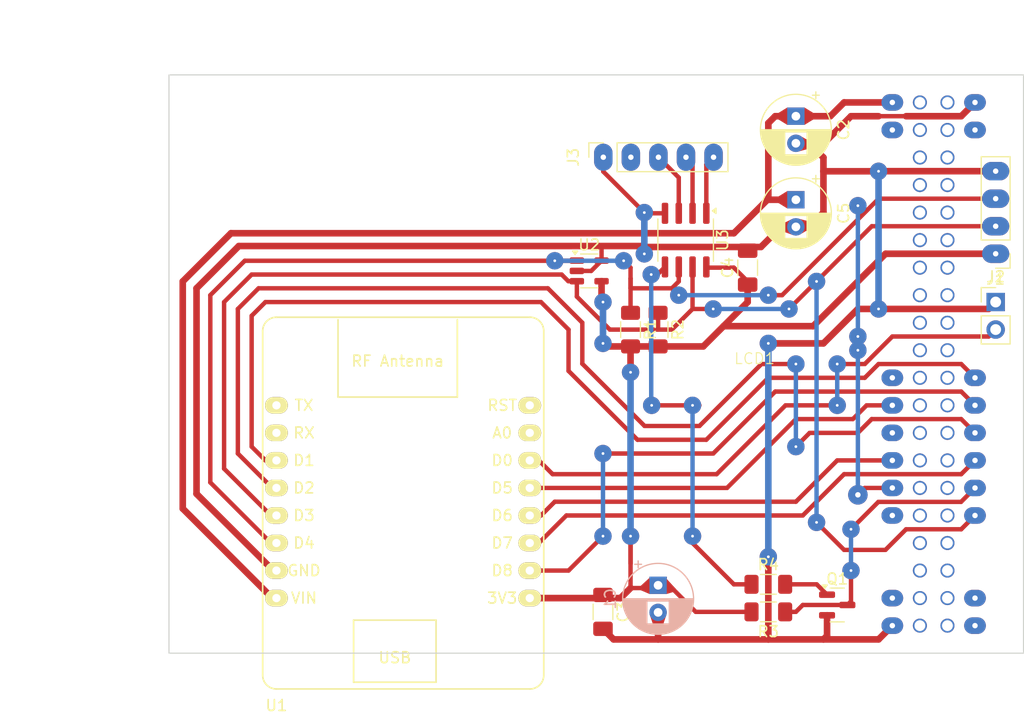
<source format=kicad_pcb>
(kicad_pcb (version 20240108) (generator "pcbnew") (generator_version "8.0")
  (layers (0 "F.Cu" jumper) (31 "B.Cu" signal) (34 "B.Paste" user) (36 "B.SilkS" user "B.Silkscreen") (37 "F.SilkS" user "F.Silkscreen") (38 "B.Mask" user) (44 "Edge.Cuts" user))
  (net 0 "")
  (net 6 "Net-(LCD1-LCD_CS)")
  (net 7 "Net-(LCD1-RST)")
  (net 8 "GNDD")
  (net 9 "Net-(LCD1-LCD_DC)")
  (net 10 "Net-(LCD1-LCD_CLK)")
  (net 11 "Net-(LCD1-LCD_SDO)")
  (net 12 "Net-(LCD1-LCD_SDI)")
  (net 13 "Net-(J3-Pin_4)")
  (net 15 "Net-(J3-Pin_5)")
  (net 16 "Net-(J3-Pin_3)")
  (net 17 "Net-(LCD1-LCD_BACKL)")
  (net 18 "Net-(Q1-G)")
  (net 20 "Net-(J2-Pin_2)")
  (net 21 "Net-(U3-IO3)")
  (net 22 "/VCC_3_3")
  (net 23 "/VIN")
  (net 24 "/SCL")
  (net 25 "/SDA")
  (footprint "Capacitor_SMD:C_1206_3216Metric_Pad1.33x1.80mm_HandSolder" (layer "F.Cu") (at 111.125 68.58 90)
    (property "Reference" "C4" (at 0 -1.85 90) (layer "F.SilkS"))
    (property "Value" "100n")
    (pad "1" smd roundrect (at -1.5625 0 90) (size 1.325 1.8) (layers "F.Cu" "F.Paste" "F.Mask") (roundrect_rratio 0.188679) (net 22 "/VCC_3_3"))
    (pad "2" smd roundrect (at 1.5625 0 90) (size 1.325 1.8) (layers "F.Cu" "F.Paste" "F.Mask") (roundrect_rratio 0.188679) (net 8 "GNDD"))
  )
  (footprint "Resistor_SMD:R_1206_3216Metric_Pad1.30x1.75mm_HandSolder" (layer "F.Cu") (at 113.03 100.33 180)
    (property "Reference" "R3" (at 0 -1.82 360) (layer "F.SilkS"))
    (property "Value" "1k")
    (pad "1" smd roundrect (at -1.55 0 180) (size 1.3 1.75) (layers "F.Cu" "F.Paste" "F.Mask") (roundrect_rratio 0.192308) (net 17 "Net-(LCD1-LCD_BACKL)"))
    (pad "2" smd roundrect (at 1.55 0 180) (size 1.3 1.75) (layers "F.Cu" "F.Paste" "F.Mask") (roundrect_rratio 0.192308) (net 22 "/VCC_3_3"))
  )
  (footprint "Capacitor_THT:CP_Radial_D6.3mm_P2.50mm" (layer "F.Cu") (at 115.57 54.61 -90)
    (property "Reference" "C2" (at 1.25 -4.4 -90) (layer "F.SilkS"))
    (property "Value" "100uF")
    (pad "1" thru_hole rect (at 0 0 270) (size 1.6 1.6) (drill 0.8) (layers "*.Cu" "*.Mask") (net 23 "/VIN"))
    (pad "2" thru_hole circle (at 2.5 0 270) (size 1.6 1.6) (drill 0.8) (layers "*.Cu" "*.Mask") (net 8 "GNDD"))
  )
  (footprint "Package_SO:SOIC-8_3.9x4.9mm_P1.27mm" (layer "F.Cu") (at 105.41 66.04 -90)
    (property "Reference" "U3" (at 0 -3.4 90) (layer "F.SilkS"))
    (property "Value" "PCA9536D")
    (pad "1" smd roundrect (at -2.475 -1.905 270) (size 1.95 0.6) (layers "F.Cu" "F.Paste" "F.Mask") (net 15 "Net-(J3-Pin_5)"))
    (pad "2" smd roundrect (at -2.475 -0.635 270) (size 1.95 0.6) (layers "F.Cu" "F.Paste" "F.Mask") (net 13 "Net-(J3-Pin_4)"))
    (pad "3" smd roundrect (at -2.475 0.635 270) (size 1.95 0.6) (layers "F.Cu" "F.Paste" "F.Mask") (net 16 "Net-(J3-Pin_3)"))
    (pad "4" smd roundrect (at -2.475 1.905 270) (size 1.95 0.6) (layers "F.Cu" "F.Paste" "F.Mask") (net 8 "GNDD"))
    (pad "5" smd roundrect (at 2.475 1.905 270) (size 1.95 0.6) (layers "F.Cu" "F.Paste" "F.Mask") (net 21 "Net-(U3-IO3)"))
    (pad "6" smd roundrect (at 2.475 0.635 270) (size 1.95 0.6) (layers "F.Cu" "F.Paste" "F.Mask") (net 24 "/SCL"))
    (pad "7" smd roundrect (at 2.475 -0.635 270) (size 1.95 0.6) (layers "F.Cu" "F.Paste" "F.Mask") (net 25 "/SDA"))
    (pad "8" smd roundrect (at 2.475 -1.905 270) (size 1.95 0.6) (layers "F.Cu" "F.Paste" "F.Mask") (net 22 "/VCC_3_3"))
  )
  (footprint "Resistor_SMD:R_1206_3216Metric_Pad1.30x1.75mm_HandSolder" (layer "F.Cu") (at 113.03 97.79)
    (property "Reference" "R4" (at 0 -1.82 360) (layer "F.SilkS"))
    (property "Value" "180")
    (pad "1" smd roundrect (at -1.55 0) (size 1.3 1.75) (layers "F.Cu" "F.Paste" "F.Mask") (roundrect_rratio 0.192308) (net 21 "Net-(U3-IO3)"))
    (pad "2" smd roundrect (at 1.55 0) (size 1.3 1.75) (layers "F.Cu" "F.Paste" "F.Mask") (roundrect_rratio 0.192308) (net 18 "Net-(Q1-G)"))
  )
  (footprint "Connector_PinSocket_2.54mm:PinSocket_1x05_P2.54mm_Vertical" (layer "F.Cu") (at 97.82 58.395 90)
    (property "Reference" "J3" (at 0 -2.77 90) (layer "F.SilkS"))
    (property "Value" "Conn_01x05_Pin")
    (pad "1" thru_hole oval (at 0 0 90) (size 2.5 1.7) (drill 0.5) (layers "*.Cu" "*.Mask") (net 8 "GNDD"))
    (pad "2" thru_hole oval (at 0 2.54 90) (size 2.5 1.7) (drill 0.5) (layers "*.Cu" "*.Mask"))
    (pad "3" thru_hole oval (at 0 5.08 90) (size 2.5 1.7) (drill 0.5) (layers "*.Cu" "*.Mask") (net 16 "Net-(J3-Pin_3)"))
    (pad "4" thru_hole oval (at 0 7.62 90) (size 2.5 1.7) (drill 0.5) (layers "*.Cu" "*.Mask") (net 13 "Net-(J3-Pin_4)"))
    (pad "5" thru_hole oval (at 0 10.16 90) (size 2.5 1.7) (drill 0.5) (layers "*.Cu" "*.Mask") (net 15 "Net-(J3-Pin_5)"))
  )
  (footprint "Capacitor_SMD:C_1206_3216Metric_Pad1.33x1.80mm_HandSolder" (layer "F.Cu") (at 97.79 100.33 -90)
    (property "Reference" "C3" (at 0 -1.85 90) (layer "F.SilkS"))
    (property "Value" "100n")
    (pad "1" smd roundrect (at -1.5625 0 270) (size 1.325 1.8) (layers "F.Cu" "F.Paste" "F.Mask") (roundrect_rratio 0.188679) (net 22 "/VCC_3_3"))
    (pad "2" smd roundrect (at 1.5625 0 270) (size 1.325 1.8) (layers "F.Cu" "F.Paste" "F.Mask") (roundrect_rratio 0.188679) (net 8 "GNDD"))
  )
  (footprint "pendant:NodeMCU_D1_Mini" (layer "F.Cu") (at 67.691 81.28)
    (property "Reference" "U1" (at 0 27.686 360) (layer "F.SilkS"))
    (property "Value" "~")
    (fp_text user "A0" (at 20.81 2.54 360) (layer "F.SilkS"))
    (fp_text user "D6" (at 20.81 10.16 360) (layer "F.SilkS"))
    (fp_text user "D7" (at 20.81 12.7 360) (layer "F.SilkS"))
    (fp_text user "D4" (at 2.54 12.7 360) (layer "F.SilkS"))
    (fp_text user "D8" (at 20.81 15.24 360) (layer "F.SilkS"))
    (fp_text user "RF Antenna" (at 11.176 -4.082 360) (layer "F.SilkS"))
    (fp_text user "GND" (at 2.54 15.24 360) (layer "F.SilkS"))
    (fp_text user "D0" (at 20.81 5.08 360) (layer "F.SilkS"))
    (fp_text user "VIN" (at 2.54 17.78 360) (layer "F.SilkS"))
    (fp_text user "USB" (at 10.912 23.272 360) (layer "F.SilkS"))
    (fp_text user "D1" (at 2.54 5.08 360) (layer "F.SilkS"))
    (fp_text user "3V3" (at 20.81 17.78 360) (layer "F.SilkS"))
    (fp_text user "RST" (at 20.81 0 360) (layer "F.SilkS"))
    (fp_text user "D5" (at 20.81 7.62 360) (layer "F.SilkS"))
    (fp_text user "D3" (at 2.54 10.16 360) (layer "F.SilkS"))
    (fp_text user "RX" (at 2.54 2.54 360) (layer "F.SilkS"))
    (fp_text user "TX" (at 2.54 0 360) (layer "F.SilkS"))
    (fp_text user "D2" (at 2.54 7.62 360) (layer "F.SilkS"))
    (pad "2" thru_hole oval (at 0 15.24) (size 2.1 1.524) (drill 0.762) (layers "*.Cu" "*.Mask" "F.SilkS") (net 8 "GNDD"))
    (pad "3" thru_hole oval (at 0 0) (size 2.1 1.524) (drill 0.762) (layers "*.Cu" "*.Mask" "F.SilkS"))
    (pad "4" thru_hole oval (at 0 2.54) (size 2.1 1.524) (drill 0.762) (layers "*.Cu" "*.Mask" "F.SilkS"))
    (pad "5" thru_hole oval (at 23.35 15.24) (size 2.1 1.524) (drill 0.762) (layers "*.Cu" "*.Mask" "F.SilkS") (net 6 "Net-(LCD1-LCD_CS)"))
    (pad "6" thru_hole oval (at 23.35 12.7) (size 2.1 1.524) (drill 0.762) (layers "*.Cu" "*.Mask" "F.SilkS") (net 12 "Net-(LCD1-LCD_SDI)"))
    (pad "7" thru_hole oval (at 23.35 10.16) (size 2.1 1.524) (drill 0.762) (layers "*.Cu" "*.Mask" "F.SilkS") (net 11 "Net-(LCD1-LCD_SDO)"))
    (pad "8" thru_hole oval (at 23.35 7.62) (size 2.1 1.524) (drill 0.762) (layers "*.Cu" "*.Mask" "F.SilkS") (net 10 "Net-(LCD1-LCD_CLK)"))
    (pad "11" thru_hole oval (at 0 12.7) (size 2.1 1.524) (drill 0.762) (layers "*.Cu" "*.Mask" "F.SilkS") (net 24 "/SCL"))
    (pad "12" thru_hole oval (at 0 10.16) (size 2.1 1.524) (drill 0.762) (layers "*.Cu" "*.Mask" "F.SilkS") (net 25 "/SDA"))
    (pad "13" thru_hole oval (at 0 7.62) (size 2.1 1.524) (drill 0.762) (layers "*.Cu" "*.Mask" "F.SilkS") (net 9 "Net-(LCD1-LCD_DC)"))
    (pad "14" thru_hole oval (at 0 5.08) (size 2.1 1.524) (drill 0.762) (layers "*.Cu" "*.Mask" "F.SilkS") (net 7 "Net-(LCD1-RST)"))
    (pad "15" thru_hole oval (at 23.35 5.08) (size 2.1 1.524) (drill 0.762) (layers "*.Cu" "*.Mask" "F.SilkS") (net 20 "Net-(J2-Pin_2)"))
    (pad "16" thru_hole oval (at 23.35 2.54) (size 2.1 1.524) (drill 0.762) (layers "*.Cu" "*.Mask" "F.SilkS"))
    (pad "26" thru_hole oval (at 23.35 17.78) (size 2.1 1.524) (drill 0.762) (layers "*.Cu" "*.Mask" "F.SilkS") (net 22 "/VCC_3_3"))
    (pad "28" thru_hole oval (at 23.35 0) (size 2.1 1.524) (drill 0.762) (layers "*.Cu" "*.Mask" "F.SilkS"))
    (pad "30" thru_hole oval (at 0 17.78) (size 2.1 1.524) (drill 0.762) (layers "*.Cu" "*.Mask" "F.SilkS") (net 23 "/VIN"))
  )
  (footprint "Resistor_SMD:R_1206_3216Metric_Pad1.30x1.75mm_HandSolder" (layer "F.Cu") (at 102.87 74.295 -90)
    (property "Reference" "R2" (at 0 -1.82 90) (layer "F.SilkS"))
    (property "Value" "10k")
    (pad "1" smd roundrect (at -1.55 0 270) (size 1.3 1.75) (layers "F.Cu" "F.Paste" "F.Mask") (roundrect_rratio 0.192308) (net 25 "/SDA"))
    (pad "2" smd roundrect (at 1.55 0 270) (size 1.3 1.75) (layers "F.Cu" "F.Paste" "F.Mask") (roundrect_rratio 0.192308) (net 22 "/VCC_3_3"))
  )
  (footprint "Resistor_SMD:R_1206_3216Metric_Pad1.30x1.75mm_HandSolder" (layer "F.Cu") (at 100.33 74.295 -90)
    (property "Reference" "R1" (at 0 -1.82 90) (layer "F.SilkS"))
    (property "Value" "10k")
    (pad "1" smd roundrect (at -1.55 0 270) (size 1.3 1.75) (layers "F.Cu" "F.Paste" "F.Mask") (roundrect_rratio 0.192308) (net 24 "/SCL"))
    (pad "2" smd roundrect (at 1.55 0 270) (size 1.3 1.75) (layers "F.Cu" "F.Paste" "F.Mask") (roundrect_rratio 0.192308) (net 22 "/VCC_3_3"))
  )
  (footprint "Connector_PinHeader_2.54mm:PinHeader_1x04_P2.54mm_Vertical" (layer "F.Cu") (at 133.985 67.3 180)
    (property "Reference" "J1" (at 0 -2.33 0) (layer "F.SilkS"))
    (property "Value" "AS5600")
    (pad "1" thru_hole oval (at 0 0 180) (size 2.5 1.7) (drill 0.5) (layers "*.Cu" "*.Mask") (net 22 "/VCC_3_3"))
    (pad "2" thru_hole oval (at 0 2.54 180) (size 2.5 1.7) (drill 0.5) (layers "*.Cu" "*.Mask") (net 25 "/SDA"))
    (pad "3" thru_hole oval (at 0 5.08 180) (size 2.5 1.7) (drill 0.5) (layers "*.Cu" "*.Mask") (net 24 "/SCL"))
    (pad "4" thru_hole oval (at 0 7.62 180) (size 2.5 1.7) (drill 0.5) (layers "*.Cu" "F.Paste" "F.Mask") (net 8 "GNDD"))
  )
  (footprint "Package_TO_SOT_SMD:SOT-23-5" (layer "F.Cu") (at 96.52 68.880308)
    (property "Reference" "U2" (at 0 -2.4 360) (layer "F.SilkS"))
    (property "Value" "24AA02-OT")
    (pad "1" smd roundrect (at -1.1375 -0.95) (size 1.325 0.6) (layers "F.Cu" "F.Paste" "F.Mask") (net 24 "/SCL"))
    (pad "2" smd roundrect (at -1.1375 0) (size 1.325 0.6) (layers "F.Cu" "F.Paste" "F.Mask") (net 8 "GNDD"))
    (pad "3" smd roundrect (at -1.1375 0.95) (size 1.325 0.6) (layers "F.Cu" "F.Paste" "F.Mask") (net 25 "/SDA"))
    (pad "4" smd roundrect (at 1.1375 0.95) (size 1.325 0.6) (layers "F.Cu" "F.Paste" "F.Mask") (net 22 "/VCC_3_3"))
    (pad "5" smd roundrect (at 1.1375 -0.95) (size 1.325 0.6) (layers "F.Cu" "F.Paste" "F.Mask") (net 8 "GNDD"))
  )
  (footprint "Connector_PinHeader_2.54mm:PinHeader_1x02_P2.54mm_Vertical" (layer "F.Cu") (at 133.985 71.75)
    (property "Reference" "J2" (at 0 -2.33 0) (layer "F.SilkS"))
    (property "Value" "Btn")
    (pad "1" thru_hole rect (at 0 0) (size 1.7 1.7) (drill 1) (layers "*.Cu" "*.Mask") (net 8 "GNDD"))
    (pad "2" thru_hole oval (at 0 2.54) (size 1.7 1.7) (drill 1) (layers "*.Cu" "*.Mask") (net 20 "Net-(J2-Pin_2)"))
  )
  (footprint "Package_TO_SOT_SMD:SOT-23" (layer "F.Cu") (at 119.38 99.695)
    (property "Reference" "Q1" (at 0 -2.4 360) (layer "F.SilkS"))
    (property "Value" "DMN3051L")
    (pad "1" smd roundrect (at -0.9375 -0.95) (size 1.475 0.6) (layers "F.Cu" "F.Paste" "F.Mask") (net 18 "Net-(Q1-G)"))
    (pad "2" smd roundrect (at -0.9375 0.95) (size 1.475 0.6) (layers "F.Cu" "F.Paste" "F.Mask") (net 8 "GNDD"))
    (pad "3" smd roundrect (at 0.9375 0) (size 1.475 0.6) (layers "F.Cu" "F.Paste" "F.Mask") (net 17 "Net-(LCD1-LCD_BACKL)"))
  )
  (footprint "Capacitor_THT:CP_Radial_D6.3mm_P2.50mm" (layer "F.Cu") (at 115.57 62.317621 -90)
    (property "Reference" "C5" (at 1.25 -4.4 90) (layer "F.SilkS"))
    (property "Value" "100uF")
    (pad "1" thru_hole rect (at 0 0 270) (size 1.6 1.6) (drill 0.8) (layers "*.Cu" "*.Mask") (net 23 "/VIN"))
    (pad "2" thru_hole circle (at 2.5 0 270) (size 1.6 1.6) (drill 0.8) (layers "*.Cu" "*.Mask") (net 8 "GNDD"))
  )
  (footprint "pendant:LCD" (layer "F.Cu") (at 111.76 77.47)
    (property "Reference" "LCD1" (at 0 -0.5 0) (layer "F.SilkS") (effects (font (thickness 0.1))))
    (property "Value" "~")
    (pad "" thru_hole oval (at 15.24 -24.13) (size 1.3 1.3) (drill 1) (layers "*.Cu" "*.Mask"))
    (pad "" thru_hole oval (at 15.24 -21.59) (size 1.3 1.3) (drill 1) (layers "*.Cu" "*.Mask"))
    (pad "" thru_hole oval (at 15.24 -19.05) (size 1.3 1.3) (drill 1) (layers "*.Cu" "*.Mask"))
    (pad "" thru_hole oval (at 15.24 -16.51) (size 1.3 1.3) (drill 1) (layers "*.Cu" "*.Mask"))
    (pad "" thru_hole oval (at 15.24 -13.97) (size 1.3 1.3) (drill 1) (layers "*.Cu" "*.Mask"))
    (pad "" thru_hole oval (at 15.24 -11.43) (size 1.3 1.3) (drill 1) (layers "*.Cu" "*.Mask"))
    (pad "" thru_hole oval (at 15.24 -8.89) (size 1.3 1.3) (drill 1) (layers "*.Cu" "*.Mask"))
    (pad "" thru_hole oval (at 15.24 -6.35) (size 1.3 1.3) (drill 1) (layers "*.Cu" "*.Mask"))
    (pad "" thru_hole oval (at 15.24 -3.81) (size 1.3 1.3) (drill 1) (layers "*.Cu" "*.Mask"))
    (pad "" thru_hole oval (at 15.24 -1.27) (size 1.3 1.3) (drill 1) (layers "*.Cu" "*.Mask"))
    (pad "" thru_hole oval (at 15.24 1.27) (size 1.3 1.3) (drill 1) (layers "*.Cu" "*.Mask"))
    (pad "" thru_hole oval (at 15.24 3.81) (size 1.3 1.3) (drill 1) (layers "*.Cu" "*.Mask"))
    (pad "" thru_hole oval (at 15.24 6.35) (size 1.3 1.3) (drill 1) (layers "*.Cu" "*.Mask"))
    (pad "" thru_hole oval (at 15.24 8.89) (size 1.3 1.3) (drill 1) (layers "*.Cu" "*.Mask"))
    (pad "" thru_hole oval (at 15.24 11.43) (size 1.3 1.3) (drill 1) (layers "*.Cu" "*.Mask"))
    (pad "" thru_hole oval (at 15.24 13.97) (size 1.3 1.3) (drill 1) (layers "*.Cu" "*.Mask"))
    (pad "" thru_hole oval (at 15.24 16.51) (size 1.3 1.3) (drill 1) (layers "*.Cu" "*.Mask"))
    (pad "" thru_hole oval (at 15.24 19.05) (size 1.3 1.3) (drill 1) (layers "*.Cu" "*.Mask"))
    (pad "" thru_hole oval (at 15.24 21.59) (size 1.3 1.3) (drill 1) (layers "*.Cu" "*.Mask"))
    (pad "" thru_hole oval (at 15.24 24.13) (size 1.3 1.3) (drill 1) (layers "*.Cu" "*.Mask"))
    (pad "" thru_hole oval (at 17.78 -24.13) (size 1.3 1.3) (drill 1) (layers "*.Cu" "*.Mask"))
    (pad "" thru_hole oval (at 17.78 -21.59) (size 1.3 1.3) (drill 1) (layers "*.Cu" "*.Mask"))
    (pad "" thru_hole oval (at 17.78 -19.05) (size 1.3 1.3) (drill 1) (layers "*.Cu" "*.Mask"))
    (pad "" thru_hole oval (at 17.78 -16.51) (size 1.3 1.3) (drill 1) (layers "*.Cu" "*.Mask"))
    (pad "" thru_hole oval (at 17.78 -13.97) (size 1.3 1.3) (drill 1) (layers "*.Cu" "*.Mask"))
    (pad "" thru_hole oval (at 17.78 -11.43) (size 1.3 1.3) (drill 1) (layers "*.Cu" "*.Mask"))
    (pad "" thru_hole oval (at 17.78 -8.89) (size 1.3 1.3) (drill 1) (layers "*.Cu" "*.Mask"))
    (pad "" thru_hole oval (at 17.78 -6.35) (size 1.3 1.3) (drill 1) (layers "*.Cu" "*.Mask"))
    (pad "" thru_hole oval (at 17.78 -3.81) (size 1.3 1.3) (drill 1) (layers "*.Cu" "*.Mask"))
    (pad "" thru_hole oval (at 17.78 -1.27) (size 1.3 1.3) (drill 1) (layers "*.Cu" "*.Mask"))
    (pad "" thru_hole oval (at 17.78 1.27) (size 1.3 1.3) (drill 1) (layers "*.Cu" "*.Mask"))
    (pad "" thru_hole oval (at 17.78 3.81) (size 1.3 1.3) (drill 1) (layers "*.Cu" "*.Mask"))
    (pad "" thru_hole oval (at 17.78 6.35) (size 1.3 1.3) (drill 1) (layers "*.Cu" "*.Mask"))
    (pad "" thru_hole oval (at 17.78 8.89) (size 1.3 1.3) (drill 1) (layers "*.Cu" "*.Mask"))
    (pad "" thru_hole oval (at 17.78 11.43) (size 1.3 1.3) (drill 1) (layers "*.Cu" "*.Mask"))
    (pad "" thru_hole oval (at 17.78 13.97) (size 1.3 1.3) (drill 1) (layers "*.Cu" "*.Mask"))
    (pad "" thru_hole oval (at 17.78 16.51) (size 1.3 1.3) (drill 1) (layers "*.Cu" "*.Mask"))
    (pad "" thru_hole oval (at 17.78 19.05) (size 1.3 1.3) (drill 1) (layers "*.Cu" "*.Mask"))
    (pad "" thru_hole oval (at 17.78 21.59) (size 1.3 1.3) (drill 1) (layers "*.Cu" "*.Mask"))
    (pad "" thru_hole oval (at 17.78 24.13) (size 1.3 1.3) (drill 1) (layers "*.Cu" "*.Mask"))
    (pad "1" thru_hole oval (at 20.32 -24.13) (size 2 1.524) (drill 0.5) (layers "*.Cu" "*.Mask") (net 8 "GNDD"))
    (pad "2" thru_hole oval (at 12.7 -24.13) (size 2 1.524) (drill 0.5) (layers "*.Cu" "*.Mask") (net 23 "/VIN"))
    (pad "3" thru_hole oval (at 20.32 -21.59) (size 2 1.524) (drill 0.5) (layers "*.Cu" "*.Mask"))
    (pad "4" thru_hole oval (at 12.7 -21.59) (size 2 1.524) (drill 0.5) (layers "*.Cu" "*.Mask"))
    (pad "21" thru_hole oval (at 20.32 1.27) (size 2 1.524) (drill 0.5) (layers "*.Cu" "*.Mask") (net 7 "Net-(LCD1-RST)"))
    (pad "22" thru_hole oval (at 12.7 1.27) (size 2 1.524) (drill 0.5) (layers "*.Cu" "*.Mask"))
    (pad "23" thru_hole oval (at 20.32 3.81) (size 2 1.524) (drill 0.5) (layers "*.Cu" "*.Mask") (net 6 "Net-(LCD1-LCD_CS)"))
    (pad "24" thru_hole oval (at 12.7 3.81) (size 2 1.524) (drill 0.5) (layers "*.Cu" "*.Mask") (net 10 "Net-(LCD1-LCD_CLK)"))
    (pad "25" thru_hole oval (at 20.32 6.35) (size 2 1.524) (drill 0.5) (layers "*.Cu" "*.Mask") (net 9 "Net-(LCD1-LCD_DC)"))
    (pad "26" thru_hole oval (at 12.7 6.35) (size 2 1.524) (drill 0.5) (layers "*.Cu" "*.Mask"))
    (pad "27" thru_hole oval (at 20.32 8.89) (size 2 1.524) (drill 0.5) (layers "*.Cu" "*.Mask") (net 12 "Net-(LCD1-LCD_SDI)"))
    (pad "28" thru_hole oval (at 12.7 8.89) (size 2 1.524) (drill 0.5) (layers "*.Cu" "*.Mask") (net 11 "Net-(LCD1-LCD_SDO)"))
    (pad "29" thru_hole oval (at 20.32 11.43) (size 2 1.524) (drill 0.5) (layers "*.Cu" "*.Mask") (net 17 "Net-(LCD1-LCD_BACKL)"))
    (pad "30" thru_hole oval (at 12.7 11.43) (size 2 1.524) (drill 0.5) (layers "*.Cu" "*.Mask") (net 24 "/SCL"))
    (pad "31" thru_hole oval (at 20.32 13.97) (size 2 1.524) (drill 0.5) (layers "*.Cu" "*.Mask") (net 25 "/SDA"))
    (pad "32" thru_hole oval (at 12.7 13.97) (size 2 1.524) (drill 0.5) (layers "*.Cu" "*.Mask"))
    (pad "37" thru_hole oval (at 20.32 21.59) (size 2 1.524) (drill 0.5) (layers "*.Cu" "*.Mask"))
    (pad "38" thru_hole oval (at 12.7 21.59) (size 2 1.524) (drill 0.5) (layers "*.Cu" "*.Mask"))
    (pad "39" thru_hole oval (at 20.32 24.13) (size 2 1.524) (drill 0.5) (layers "*.Cu" "*.Mask"))
    (pad "40" thru_hole oval (at 12.7 24.13) (size 2 1.524) (drill 0.5) (layers "*.Cu" "*.Mask") (net 8 "GNDD"))
  )
  (footprint "Capacitor_THT:CP_Radial_D6.3mm_P2.50mm" (layer "B.Cu") (at 102.87 97.877621 -90)
    (property "Reference" "C1" (at 1.25 4.4 90) (layer "B.SilkS") (effects (justify mirror)))
    (property "Value" "100uF")
    (pad "1" thru_hole rect (at 0 0 270) (size 1.6 1.6) (drill 0.8) (layers "*.Cu" "*.Mask") (net 22 "/VCC_3_3"))
    (pad "2" thru_hole circle (at 2.5 0 270) (size 1.6 1.6) (drill 0.8) (layers "*.Cu" "*.Mask") (net 8 "GNDD"))
  )
  (gr_rect (start 57.785 50.8) (end 136.5504 104.14) (stroke (width 0.1)) (fill none) (layer "Edge.Cuts"))
  (segment (start 107.95 85.725) (end 97.79 85.725) (width 0.4064) (layer "F.Cu") (net 6))
  (segment (start 130.81 80.01) (end 113.665 80.01) (width 0.4064) (layer "F.Cu") (net 6))
  (segment (start 94.615 96.52) (end 91.041 96.52) (width 0.4064) (layer "F.Cu") (net 6))
  (segment (start 113.665 80.01) (end 107.95 85.725) (width 0.4064) (layer "F.Cu") (net 6))
  (segment (start 132.08 81.28) (end 130.81 80.01) (width 0.4064) (layer "F.Cu") (net 6))
  (segment (start 97.79 93.345) (end 94.615 96.52) (width 0.4064) (layer "F.Cu") (net 6))
  (via (at 97.79 93.345) (size 1.6) (drill 0.254) (layers "F.Cu" "B.Cu") (net 6))
  (via (at 97.79 85.725) (size 1.6) (drill 0.254) (layers "F.Cu" "B.Cu") (net 6))
  (segment (start 97.79 93.345) (end 97.79 85.725) (width 0.4064) (layer "B.Cu") (net 6))
  (segment (start 67.691 86.36) (end 66.675 86.36) (width 0.4064) (layer "F.Cu") (net 7))
  (segment (start 130.81 77.47) (end 132.08 78.74) (width 0.4064) (layer "F.Cu") (net 7))
  (segment (start 94.615 74.295) (end 94.615 78.105) (width 0.4064) (layer "F.Cu") (net 7))
  (segment (start 121.92 78.74) (end 123.19 77.47) (width 0.4064) (layer "F.Cu") (net 7))
  (segment (start 100.965 84.455) (end 107.315 84.455) (width 0.4064) (layer "F.Cu") (net 7))
  (segment (start 66.675 86.36) (end 65.405 85.09) (width 0.4064) (layer "F.Cu") (net 7))
  (segment (start 66.675 71.755) (end 92.075 71.755) (width 0.4064) (layer "F.Cu") (net 7))
  (segment (start 123.19 77.47) (end 130.81 77.47) (width 0.4064) (layer "F.Cu") (net 7))
  (segment (start 113.03 78.74) (end 121.92 78.74) (width 0.4064) (layer "F.Cu") (net 7))
  (segment (start 65.405 73.025) (end 66.675 71.755) (width 0.4064) (layer "F.Cu") (net 7))
  (segment (start 65.405 85.09) (end 65.405 73.025) (width 0.4064) (layer "F.Cu") (net 7))
  (segment (start 94.615 78.105) (end 100.965 84.455) (width 0.4064) (layer "F.Cu") (net 7))
  (segment (start 107.315 84.455) (end 113.03 78.74) (width 0.4064) (layer "F.Cu") (net 7))
  (segment (start 92.075 71.755) (end 94.615 74.295) (width 0.4064) (layer "F.Cu") (net 7))
  (segment (start 101.6 66.675) (end 101.6 67.31) (width 0.6096) (layer "F.Cu") (net 8))
  (segment (start 118.4425 102.5375) (end 118.11 102.87) (width 0.6096) (layer "F.Cu") (net 8))
  (segment (start 64.2238 66.5862) (end 60.325 70.485) (width 0.6096) (layer "F.Cu") (net 8))
  (segment (start 96.7075 68.880308) (end 97.6575 67.930308) (width 0.4064) (layer "F.Cu") (net 8))
  (segment (start 118.11 63.5) (end 118.11 59.69) (width 0.6096) (layer "F.Cu") (net 8))
  (segment (start 102.87 102.87) (end 113.03 102.87) (width 0.6096) (layer "F.Cu") (net 8))
  (segment (start 60.325 89.442) (end 67.403 96.52) (width 0.6096) (layer "F.Cu") (net 8))
  (segment (start 123.19 54.61) (end 120.65 54.61) (width 0.6096) (layer "F.Cu") (net 8))
  (segment (start 120.65 54.61) (end 117.475 57.785) (width 0.6096) (layer "F.Cu") (net 8))
  (segment (start 118.11 59.69) (end 123.19 59.69) (width 0.6096) (layer "F.Cu") (net 8))
  (segment (start 118.11 58.42) (end 117.475 57.785) (width 0.6096) (layer "F.Cu") (net 8))
  (segment (start 115.617621 64.77) (end 116.84 64.77) (width 0.6096) (layer "F.Cu") (net 8))
  (segment (start 101.5112 66.5862) (end 64.2238 66.5862) (width 0.6096) (layer "F.Cu") (net 8))
  (segment (start 97.82 59.72) (end 101.6 63.5) (width 0.4064) (layer "F.Cu") (net 8))
  (segment (start 130.81 54.61) (end 125.73 54.61) (width 0.6096) (layer "F.Cu") (net 8))
  (segment (start 97.82 58.395) (end 97.82 59.72) (width 0.4064) (layer "F.Cu") (net 8))
  (segment (start 103.505 63.565) (end 101.665 63.565) (width 0.4064) (layer "F.Cu") (net 8))
  (segment (start 123.2 59.68) (end 123.19 59.69) (width 0.6096) (layer "F.Cu") (net 8))
  (segment (start 101.6 66.675) (end 101.5112 66.5862) (width 0.6096) (layer "F.Cu") (net 8))
  (segment (start 133.345 72.39) (end 123.19 72.39) (width 0.6096) (layer "F.Cu") (net 8))
  (segment (start 118.11 102.87) (end 123.19 102.87) (width 0.6096) (layer "F.Cu") (net 8))
  (segment (start 132.08 53.34) (end 130.81 54.61) (width 0.6096) (layer "F.Cu") (net 8))
  (segment (start 101.6 66.675) (end 112.347379 66.675) (width 0.6096) (layer "F.Cu") (net 8))
  (segment (start 118.11 59.69) (end 118.11 58.42) (width 0.6096) (layer "F.Cu") (net 8))
  (segment (start 60.325 70.485) (end 60.325 89.442) (width 0.6096) (layer "F.Cu") (net 8))
  (segment (start 102.87 102.87) (end 98.7675 102.87) (width 0.6096) (layer "F.Cu") (net 8))
  (segment (start 116.84 64.77) (end 118.11 63.5) (width 0.6096) (layer "F.Cu") (net 8))
  (segment (start 113.03 95.25) (end 113.03 102.87) (width 0.6096) (layer "F.Cu") (net 8))
  (segment (start 121.285 72.39) (end 123.19 72.39) (width 0.6096) (layer "F.Cu") (net 8))
  (segment (start 101.665 63.565) (end 101.6 63.5) (width 0.4064) (layer "F.Cu") (net 8))
  (segment (start 113.03 102.87) (end 118.11 102.87) (width 0.6096) (layer "F.Cu") (net 8))
  (segment (start 117.475 57.785) (end 116.8 57.11) (width 0.6096) (layer "F.Cu") (net 8))
  (segment (start 123.19 102.87) (end 124.46 101.6) (width 0.6096) (layer "F.Cu") (net 8))
  (segment (start 98.7675 102.87) (end 97.79 101.8925) (width 0.6096) (layer "F.Cu") (net 8))
  (segment (start 113.03 75.565) (end 118.11 75.565) (width 0.6096) (layer "F.Cu") (net 8))
  (segment (start 102.87 100.377621) (end 102.87 102.87) (width 0.6096) (layer "F.Cu") (net 8))
  (segment (start 97.6575 67.930308) (end 97.6575 66.8075) (width 0.4064) (layer "F.Cu") (net 8))
  (segment (start 125.73 54.61) (end 123.19 54.61) (width 0.4064) (layer "F.Cu") (net 8))
  (segment (start 112.347379 66.675) (end 114.204758 64.817621) (width 0.6096) (layer "F.Cu") (net 8))
  (segment (start 116.8 57.11) (end 115.57 57.11) (width 0.6096) (layer "F.Cu") (net 8))
  (segment (start 95.3825 68.880308) (end 96.7075 68.880308) (width 0.4064) (layer "F.Cu") (net 8))
  (segment (start 133.985 59.68) (end 123.2 59.68) (width 0.6096) (layer "F.Cu") (net 8))
  (segment (start 118.4425 100.645) (end 118.4425 102.5375) (width 0.6096) (layer "F.Cu") (net 8))
  (segment (start 114.204758 64.817621) (end 115.57 64.817621) (width 0.6096) (layer "F.Cu") (net 8))
  (segment (start 118.11 75.565) (end 121.285 72.39) (width 0.6096) (layer "F.Cu") (net 8))
  (via (at 113.03 75.565) (size 1.6) (drill 0.254) (layers "F.Cu" "B.Cu") (net 8))
  (via (at 101.6 63.5) (size 1.6) (drill 0.254) (layers "F.Cu" "B.Cu") (net 8))
  (via (at 123.19 72.39) (size 1.6) (drill 0.254) (layers "F.Cu" "B.Cu") (net 8))
  (via (at 113.03 95.25) (size 1.6) (drill 0.254) (layers "F.Cu" "B.Cu") (net 8))
  (via (at 101.6 67.31) (size 1.6) (drill 0.254) (layers "F.Cu" "B.Cu") (net 8))
  (via (at 123.19 59.69) (size 1.6) (drill 0.254) (layers "F.Cu" "B.Cu") (net 8))
  (segment (start 101.6 67.31) (end 101.6 63.5) (width 0.6096) (layer "B.Cu") (net 8))
  (segment (start 123.19 59.69) (end 123.19 72.39) (width 0.6096) (layer "B.Cu") (net 8))
  (segment (start 113.03 95.25) (end 113.03 75.565) (width 0.6096) (layer "B.Cu") (net 8))
  (segment (start 130.81 82.55) (end 132.08 83.82) (width 0.4064) (layer "F.Cu") (net 9))
  (segment (start 64.135 85.725) (end 67.31 88.9) (width 0.4064) (layer "F.Cu") (net 9))
  (segment (start 112.395 77.47) (end 106.68 83.185) (width 0.4064) (layer "F.Cu") (net 9))
  (segment (start 121.285 83.82) (end 122.555 82.55) (width 0.4064) (layer "F.Cu") (net 9))
  (segment (start 64.135 72.39) (end 64.135 85.725) (width 0.4064) (layer "F.Cu") (net 9))
  (segment (start 115.57 85.09) (end 116.84 83.82) (width 0.4064) (layer "F.Cu") (net 9))
  (segment (start 106.68 83.185) (end 101.624445 83.185) (width 0.4064) (layer "F.Cu") (net 9))
  (segment (start 101.624445 83.185) (end 95.885 77.445555) (width 0.4064) (layer "F.Cu") (net 9))
  (segment (start 116.84 83.82) (end 121.285 83.82) (width 0.4064) (layer "F.Cu") (net 9))
  (segment (start 122.555 82.55) (end 130.81 82.55) (width 0.4064) (layer "F.Cu") (net 9))
  (segment (start 95.885 77.445555) (end 95.885 73.66) (width 0.4064) (layer "F.Cu") (net 9))
  (segment (start 95.885 73.66) (end 92.71 70.485) (width 0.4064) (layer "F.Cu") (net 9))
  (segment (start 66.04 70.485) (end 64.135 72.39) (width 0.4064) (layer "F.Cu") (net 9))
  (segment (start 115.57 77.47) (end 112.395 77.47) (width 0.4064) (layer "F.Cu") (net 9))
  (segment (start 92.71 70.485) (end 66.04 70.485) (width 0.4064) (layer "F.Cu") (net 9))
  (via (at 115.57 77.47) (size 1.6) (drill 0.254) (layers "F.Cu" "B.Cu") (net 9))
  (via (at 115.57 85.09) (size 1.6) (drill 0.254) (layers "F.Cu" "B.Cu") (net 9))
  (segment (start 115.57 77.47) (end 115.57 85.09) (width 0.4064) (layer "B.Cu") (net 9))
  (segment (start 109.22 88.9) (end 115.57 82.55) (width 0.4064) (layer "F.Cu") (net 10))
  (segment (start 120.818027 82.55) (end 122.088027 81.28) (width 0.4064) (layer "F.Cu") (net 10))
  (segment (start 122.088027 81.28) (end 124.46 81.28) (width 0.4064) (layer "F.Cu") (net 10))
  (segment (start 115.57 82.55) (end 120.818027 82.55) (width 0.4064) (layer "F.Cu") (net 10))
  (segment (start 91.041 88.9) (end 109.22 88.9) (width 0.4064) (layer "F.Cu") (net 10))
  (segment (start 115.57 90.17) (end 119.38 86.36) (width 0.4064) (layer "F.Cu") (net 11))
  (segment (start 91.041 91.44) (end 92.075 91.44) (width 0.4064) (layer "F.Cu") (net 11))
  (segment (start 119.38 86.36) (end 124.46 86.36) (width 0.4064) (layer "F.Cu") (net 11))
  (segment (start 92.075 91.44) (end 93.345 90.17) (width 0.4064) (layer "F.Cu") (net 11))
  (segment (start 93.345 90.17) (end 115.57 90.17) (width 0.4064) (layer "F.Cu") (net 11))
  (segment (start 116.205 91.44) (end 120.015 87.63) (width 0.4064) (layer "F.Cu") (net 12))
  (segment (start 94.4155 91.44) (end 116.205 91.44) (width 0.4064) (layer "F.Cu") (net 12))
  (segment (start 130.81 87.63) (end 132.08 86.36) (width 0.4064) (layer "F.Cu") (net 12))
  (segment (start 91.8755 93.98) (end 94.4155 91.44) (width 0.4064) (layer "F.Cu") (net 12))
  (segment (start 120.015 87.63) (end 130.81 87.63) (width 0.4064) (layer "F.Cu") (net 12))
  (segment (start 106.045 63.565) (end 106.045 59) (width 0.4064) (layer "F.Cu") (net 13))
  (segment (start 107.315 59.06) (end 107.98 58.395) (width 0.4064) (layer "F.Cu") (net 15))
  (segment (start 107.315 63.565) (end 107.315 59.06) (width 0.4064) (layer "F.Cu") (net 15))
  (segment (start 104.775 60.27) (end 102.9 58.395) (width 0.4064) (layer "F.Cu") (net 16))
  (segment (start 104.775 63.565) (end 104.775 60.27) (width 0.4064) (layer "F.Cu") (net 16))
  (segment (start 123.175629 90.184371) (end 120.65 92.71) (width 0.4064) (layer "F.Cu") (net 17))
  (segment (start 116.205 99.695) (end 120.3175 99.695) (width 0.4064) (layer "F.Cu") (net 17))
  (segment (start 130.795629 90.184371) (end 123.175629 90.184371) (width 0.4064) (layer "F.Cu") (net 17))
  (segment (start 120.3175 99.695) (end 120.65 99.3625) (width 0.4064) (layer "F.Cu") (net 17))
  (segment (start 115.57 100.33) (end 116.205 99.695) (width 0.4064) (layer "F.Cu") (net 17))
  (segment (start 114.58 100.33) (end 115.57 100.33) (width 0.4064) (layer "F.Cu") (net 17))
  (segment (start 120.65 99.3625) (end 120.65 96.52) (width 0.4064) (layer "F.Cu") (net 17))
  (segment (start 132.08 88.9) (end 130.795629 90.184371) (width 0.4064) (layer "F.Cu") (net 17))
  (via (at 120.65 96.52) (size 1.6) (drill 0.254) (layers "F.Cu" "B.Cu") (net 17))
  (via (at 120.65 92.71) (size 1.6) (drill 0.254) (layers "F.Cu" "B.Cu") (net 17))
  (segment (start 120.65 96.52) (end 120.65 92.71) (width 0.4064) (layer "B.Cu") (net 17))
  (segment (start 114.58 97.79) (end 117.4875 97.79) (width 0.4064) (layer "F.Cu") (net 18))
  (segment (start 117.4875 97.79) (end 118.4425 98.745) (width 0.4064) (layer "F.Cu") (net 18))
  (segment (start 93.1455 87.63) (end 108.2675 87.63) (width 0.4064) (layer "F.Cu") (net 20))
  (segment (start 133.345 74.93) (end 124.46 74.93) (width 0.4064) (layer "F.Cu") (net 20))
  (segment (start 114.6175 81.28) (end 119.38 81.28) (width 0.4064) (layer "F.Cu") (net 20))
  (segment (start 121.92 77.47) (end 119.38 77.47) (width 0.4064) (layer "F.Cu") (net 20))
  (segment (start 124.46 74.93) (end 121.92 77.47) (width 0.4064) (layer "F.Cu") (net 20))
  (segment (start 108.2675 87.63) (end 114.6175 81.28) (width 0.4064) (layer "F.Cu") (net 20))
  (segment (start 91.8755 86.36) (end 93.1455 87.63) (width 0.4064) (layer "F.Cu") (net 20))
  (segment (start 133.985 74.29) (end 133.345 74.93) (width 0.4064) (layer "F.Cu") (net 20))
  (via (at 119.38 77.47) (size 1.6) (drill 0.254) (layers "F.Cu" "B.Cu") (net 20))
  (via (at 119.38 81.28) (size 1.6) (drill 0.254) (layers "F.Cu" "B.Cu") (net 20))
  (segment (start 119.38 77.47) (end 119.38 81.28) (width 0.4064) (layer "B.Cu") (net 20))
  (segment (start 106.045 93.98) (end 109.855 97.79) (width 0.4064) (layer "F.Cu") (net 21))
  (segment (start 102.805 69.215) (end 102.235 69.215) (width 0.4064) (layer "F.Cu") (net 21))
  (segment (start 102.276309 81.28) (end 106.68 81.28) (width 0.4064) (layer "F.Cu") (net 21))
  (segment (start 103.505 68.515) (end 102.805 69.215) (width 0.4064) (layer "F.Cu") (net 21))
  (segment (start 109.855 97.79) (end 111.48 97.79) (width 0.4064) (layer "F.Cu") (net 21))
  (via (at 106.045 93.345) (size 1.6) (drill 0.254) (layers "F.Cu" "B.Cu") (net 21))
  (via (at 102.276309 81.28) (size 1.6) (drill 0.254) (layers "F.Cu" "B.Cu") (net 21))
  (via (at 106.045 81.28) (size 1.6) (drill 0.254) (layers "F.Cu" "B.Cu") (net 21))
  (via (at 102.235 69.215) (size 1.6) (drill 0.254) (layers "F.Cu" "B.Cu") (net 21))
  (segment (start 102.235 69.215) (end 102.235 81.238691) (width 0.4064) (layer "B.Cu") (net 21))
  (segment (start 102.235 81.238691) (end 102.276309 81.28) (width 0.4064) (layer "B.Cu") (net 21))
  (segment (start 106.045 93.345) (end 106.045 81.28) (width 0.4064) (layer "B.Cu") (net 21))
  (segment (start 99.4025 99.06) (end 100.33 98.1325) (width 0.6096) (layer "F.Cu") (net 22))
  (segment (start 111.125 71.755) (end 108.9025 73.9775) (width 0.6096) (layer "F.Cu") (net 22))
  (segment (start 91.041 99.06) (end 99.4025 99.06) (width 0.6096) (layer "F.Cu") (net 22))
  (segment (start 97.6575 69.830308) (end 97.6575 71.6225) (width 0.6096) (layer "F.Cu") (net 22))
  (segment (start 100.33 75.845) (end 98.07 75.845) (width 0.6096) (layer "F.Cu") (net 22))
  (segment (start 97.6575 71.6225) (end 97.79 71.755) (width 0.4064) (layer "F.Cu") (net 22))
  (segment (start 102.87 75.845) (end 100.33 75.845) (width 0.6096) (layer "F.Cu") (net 22))
  (segment (start 133.985 67.3) (end 123.835 67.3) (width 0.6096) (layer "F.Cu") (net 22))
  (segment (start 106.3375 100.33) (end 111.48 100.33) (width 0.4064) (layer "F.Cu") (net 22))
  (segment (start 107.035 75.845) (end 102.87 75.845) (width 0.6096) (layer "F.Cu") (net 22))
  (segment (start 109.855 68.58) (end 111.125 69.85) (width 0.4064) (layer "F.Cu") (net 22))
  (segment (start 104.14 98.1325) (end 106.3375 100.33) (width 0.4064) (layer "F.Cu") (net 22))
  (segment (start 102.87 98.1325) (end 100.33 98.1325) (width 0.4064) (layer "F.Cu") (net 22))
  (segment (start 100.33 75.845) (end 100.33 78.232056) (width 0.6096) (layer "F.Cu") (net 22))
  (segment (start 100.33 93.345) (end 100.33 95.885) (width 0.4064) (layer "F.Cu") (net 22))
  (segment (start 107.38 68.58) (end 109.855 68.58) (width 0.4064) (layer "F.Cu") (net 22))
  (segment (start 108.9025 73.9775) (end 107.035 75.845) (width 0.6096) (layer "F.Cu") (net 22))
  (segment (start 100.33 93.345) (end 100.33 98.1325) (width 0.4064) (layer "F.Cu") (net 22))
  (segment (start 111.125 69.85) (end 111.125 71.755) (width 0.6096) (layer "F.Cu") (net 22))
  (segment (start 117.1575 73.9775) (end 108.9025 73.9775) (width 0.6096) (layer "F.Cu") (net 22))
  (segment (start 104.14 98.1325) (end 102.87 98.1325) (width 0.4064) (layer "F.Cu") (net 22))
  (segment (start 123.835 67.3) (end 117.1575 73.9775) (width 0.6096) (layer "F.Cu") (net 22))
  (segment (start 98.07 75.845) (end 97.79 75.565) (width 0.4064) (layer "F.Cu") (net 22))
  (via (at 97.79 75.565) (size 1.6) (drill 0.254) (layers "F.Cu" "B.Cu") (net 22))
  (via (at 100.33 78.232056) (size 1.6) (drill 0.254) (layers "F.Cu" "B.Cu") (net 22))
  (via (at 100.33 93.345) (size 1.6) (drill 0.254) (layers "F.Cu" "B.Cu") (net 22))
  (via (at 97.79 71.755) (size 1.6) (drill 0.254) (layers "F.Cu" "B.Cu") (net 22))
  (segment (start 100.33 93.345) (end 100.33 78.232056) (width 0.6096) (layer "B.Cu") (net 22))
  (segment (start 97.79 75.565) (end 97.79 71.755) (width 0.6096) (layer "B.Cu") (net 22))
  (segment (start 59.055 69.85) (end 63.5 65.405) (width 0.6096) (layer "F.Cu") (net 23))
  (segment (start 112.942379 62.317621) (end 109.855 65.405) (width 0.6096) (layer "F.Cu") (net 23))
  (segment (start 113.03 55.245) (end 113.03 62.23) (width 0.6096) (layer "F.Cu") (net 23))
  (segment (start 115.57 54.61) (end 118.745 54.61) (width 0.6096) (layer "F.Cu") (net 23))
  (segment (start 115.57 54.61) (end 113.665 54.61) (width 0.6096) (layer "F.Cu") (net 23))
  (segment (start 115.57 62.317621) (end 112.942379 62.317621) (width 0.6096) (layer "F.Cu") (net 23))
  (segment (start 113.665 54.61) (end 113.03 55.245) (width 0.6096) (layer "F.Cu") (net 23))
  (segment (start 63.5 65.405) (end 109.855 65.405) (width 0.6096) (layer "F.Cu") (net 23))
  (segment (start 113.03 62.23) (end 112.942379 62.317621) (width 0.6096) (layer "F.Cu") (net 23))
  (segment (start 120.015 53.34) (end 124.46 53.34) (width 0.6096) (layer "F.Cu") (net 23))
  (segment (start 67.31 99.06) (end 59.055 90.805) (width 0.6096) (layer "F.Cu") (net 23))
  (segment (start 118.745 54.61) (end 120.015 53.34) (width 0.6096) (layer "F.Cu") (net 23))
  (segment (start 59.055 90.805) (end 59.055 69.85) (width 0.6096) (layer "F.Cu") (net 23))
  (segment (start 100.33 69.57) (end 100.33 70.485) (width 0.4064) (layer "F.Cu") (net 24))
  (segment (start 104.775 71.12) (end 104.14 70.485) (width 0.4064) (layer "F.Cu") (net 24))
  (segment (start 104.775 69.85) (end 104.14 70.485) (width 0.4064) (layer "F.Cu") (net 24))
  (segment (start 113.03 71.12) (end 114.3 71.12) (width 0.4064) (layer "F.Cu") (net 24))
  (segment (start 100.33 72.745) (end 100.33 69.57) (width 0.4064) (layer "F.Cu") (net 24))
  (segment (start 104.775 68.515) (end 104.775 69.85) (width 0.4064) (layer "F.Cu") (net 24))
  (segment (start 121.285 74.93) (end 121.285 76.2) (width 0.4064) (layer "F.Cu") (net 24))
  (segment (start 100.33 70.485) (end 104.14 70.485) (width 0.4064) (layer "F.Cu") (net 24))
  (segment (start 123.2 62.22) (end 133.985 62.22) (width 0.4064) (layer "F.Cu") (net 24))
  (segment (start 67.183 93.98) (end 61.595 88.392) (width 0.4064) (layer "F.Cu") (net 24))
  (segment (start 114.3 71.12) (end 123.2 62.22) (width 0.4064) (layer "F.Cu") (net 24))
  (segment (start 61.595 71.12) (end 64.77 67.945) (width 0.4064) (layer "F.Cu") (net 24))
  (segment (start 100.33 68.58) (end 99.695 67.945) (width 0.4064) (layer "F.Cu") (net 24))
  (segment (start 100.33 69.57) (end 100.33 68.58) (width 0.4064) (layer "F.Cu") (net 24))
  (segment (start 61.595 88.392) (end 61.595 71.12) (width 0.4064) (layer "F.Cu") (net 24))
  (segment (start 64.77 67.945) (end 95.367808 67.945) (width 0.4064) (layer "F.Cu") (net 24))
  (segment (start 121.92 88.9) (end 121.285 89.535) (width 0.4064) (layer "F.Cu") (net 24))
  (segment (start 124.46 88.9) (end 121.92 88.9) (width 0.4064) (layer "F.Cu") (net 24))
  (via (at 99.695 67.945) (size 1.6) (drill 0.254) (layers "F.Cu" "B.Cu") (net 24))
  (via (at 93.345 67.945) (size 1.6) (drill 0.254) (layers "F.Cu" "B.Cu") (net 24))
  (via (at 104.775 71.12) (size 1.6) (drill 0.254) (layers "F.Cu" "B.Cu") (net 24))
  (via (at 121.285 76.2) (size 1.6) (drill 0.254) (layers "F.Cu" "B.Cu") (net 24))
  (via (at 121.285 89.535) (size 1.8) (drill 0.5) (layers "F.Cu" "B.Cu") (net 24))
  (via (at 121.285 74.93) (size 1.6) (drill 0.254) (layers "F.Cu" "B.Cu") (net 24))
  (via (at 121.285 62.865) (size 1.6) (drill 0.254) (layers "F.Cu" "B.Cu") (net 24))
  (via (at 113.03 71.12) (size 1.6) (drill 0.254) (layers "F.Cu" "B.Cu") (net 24))
  (segment (start 121.285 76.2) (end 121.285 89.535) (width 0.4064) (layer "B.Cu") (net 24))
  (segment (start 99.695 67.945) (end 93.345 67.945) (width 0.4064) (layer "B.Cu") (net 24))
  (segment (start 104.775 71.12) (end 113.03 71.12) (width 0.4064) (layer "B.Cu") (net 24))
  (segment (start 121.285 62.865) (end 121.285 74.93) (width 0.4064) (layer "B.Cu") (net 24))
  (segment (start 120.015 94.615) (end 123.825 94.615) (width 0.4064) (layer "F.Cu") (net 25))
  (segment (start 95.3825 71.2525) (end 98.425 74.295) (width 0.4064) (layer "F.Cu") (net 25))
  (segment (start 94.595308 69.830308) (end 95.3825 69.830308) (width 0.4064) (layer "F.Cu") (net 25))
  (segment (start 93.98 69.215) (end 94.595308 69.830308) (width 0.4064) (layer "F.Cu") (net 25))
  (segment (start 104.14 74.295) (end 102.87 74.295) (width 0.4064) (layer "F.Cu") (net 25))
  (segment (start 62.865 71.755) (end 62.865 87.122) (width 0.4064) (layer "F.Cu") (net 25))
  (segment (start 98.425 74.295) (end 102.87 74.295) (width 0.4064) (layer "F.Cu") (net 25))
  (segment (start 95.3825 69.830308) (end 95.3825 71.2525) (width 0.4064) (layer "F.Cu") (net 25))
  (segment (start 102.87 72.745) (end 102.87 74.295) (width 0.4064) (layer "F.Cu") (net 25))
  (segment (start 125.73 92.71) (end 130.81 92.71) (width 0.4064) (layer "F.Cu") (net 25))
  (segment (start 122.565 64.76) (end 133.985 64.76) (width 0.4064) (layer "F.Cu") (net 25))
  (segment (start 106.045 68.515) (end 106.045 72.39) (width 0.4064) (layer "F.Cu") (net 25))
  (segment (start 106.045 72.39) (end 104.14 74.295) (width 0.4064) (layer "F.Cu") (net 25))
  (segment (start 123.825 94.615) (end 125.73 92.71) (width 0.4064) (layer "F.Cu") (net 25))
  (segment (start 65.405 69.215) (end 62.865 71.755) (width 0.4064) (layer "F.Cu") (net 25))
  (segment (start 62.865 87.122) (end 67.183 91.44) (width 0.4064) (layer "F.Cu") (net 25))
  (segment (start 130.81 92.71) (end 132.08 91.44) (width 0.4064) (layer "F.Cu") (net 25))
  (segment (start 107.95 72.39) (end 106.045 72.39) (width 0.4064) (layer "F.Cu") (net 25))
  (segment (start 93.98 69.215) (end 65.405 69.215) (width 0.4064) (layer "F.Cu") (net 25))
  (segment (start 114.935 72.39) (end 122.565 64.76) (width 0.4064) (layer "F.Cu") (net 25))
  (segment (start 117.475 92.075) (end 120.015 94.615) (width 0.4064) (layer "F.Cu") (net 25))
  (via (at 114.935 72.39) (size 1.6) (drill 0.254) (layers "F.Cu" "B.Cu") (net 25))
  (via (at 117.475 69.85) (size 1.6) (drill 0.254) (layers "F.Cu" "B.Cu") (net 25))
  (via (at 107.95 72.39) (size 1.6) (drill 0.254) (layers "F.Cu" "B.Cu") (net 25))
  (via (at 117.475 92.075) (size 1.6) (drill 0.254) (layers "F.Cu" "B.Cu") (net 25))
  (segment (start 117.475 92.075) (end 117.475 69.85) (width 0.4064) (layer "B.Cu") (net 25))
  (segment (start 107.95 72.39) (end 114.935 72.39) (width 0.4064) (layer "B.Cu") (net 25))
)
</source>
